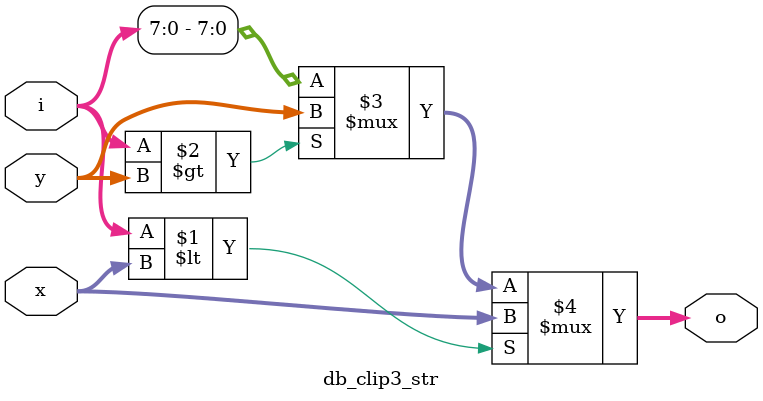
<source format=v>
module db_clip3_str(o,x,y,i);
//---------------------------------------------------------------------------
//
//                        INPUT/OUTPUT DECLARATION 
//
//----------------------------------------------------------------------------
input  [7:0] x,y;
input  [8:0] i  ;
output wire [7:0] o;

assign o = (i<x) ? x : ((i>y) ? y : i[7:0]);

endmodule 

</source>
